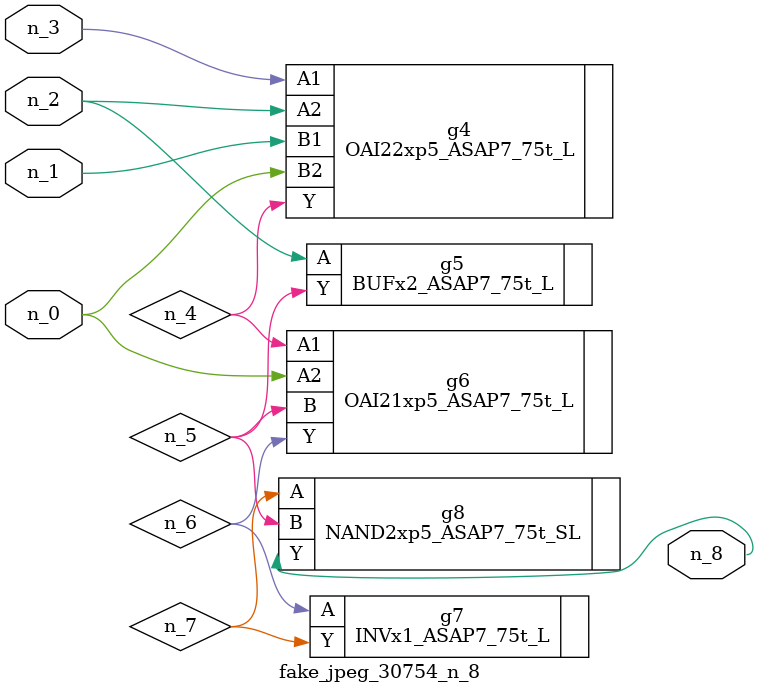
<source format=v>
module fake_jpeg_30754_n_8 (n_0, n_3, n_2, n_1, n_8);

input n_0;
input n_3;
input n_2;
input n_1;

output n_8;

wire n_4;
wire n_6;
wire n_5;
wire n_7;

OAI22xp5_ASAP7_75t_L g4 ( 
.A1(n_3),
.A2(n_2),
.B1(n_1),
.B2(n_0),
.Y(n_4)
);

BUFx2_ASAP7_75t_L g5 ( 
.A(n_2),
.Y(n_5)
);

OAI21xp5_ASAP7_75t_L g6 ( 
.A1(n_4),
.A2(n_0),
.B(n_5),
.Y(n_6)
);

INVx1_ASAP7_75t_L g7 ( 
.A(n_6),
.Y(n_7)
);

NAND2xp5_ASAP7_75t_SL g8 ( 
.A(n_7),
.B(n_5),
.Y(n_8)
);


endmodule
</source>
